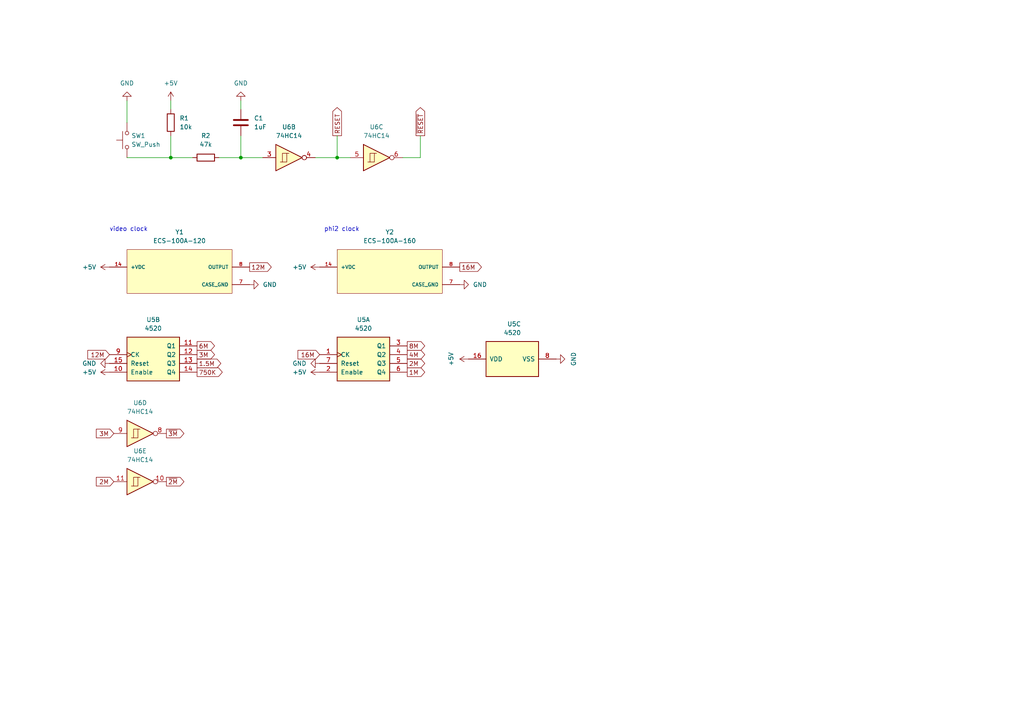
<source format=kicad_sch>
(kicad_sch (version 20231120) (generator "eeschema") (generator_version "8.0")
  (paper "A4")
  (title_block (title "ʕ·ᴥ·ʔ-clock & reset"))
  (lib_symbols
    (symbol "4xxx:4520" (pin_names (offset 1.016))
      (property "Reference" "U" (at -7.62 8.89 0))
      (property "Value" "4520" (at -7.62 -8.89 0))
      (symbol "4520_1_0"
        (pin input clock (at -12.7 0 0) (length 5.08) (name "CK") (number "1"))
        (pin input line (at -12.7 -5.08 0) (length 5.08) (name "Enable") (number "2"))
        (pin output line (at 12.7 2.54 180) (length 5.08) (name "Q1") (number "3"))
        (pin output line (at 12.7 0 180) (length 5.08) (name "Q2") (number "4"))
        (pin output line (at 12.7 -2.54 180) (length 5.08) (name "Q3") (number "5"))
        (pin output line (at 12.7 -5.08 180) (length 5.08) (name "Q4") (number "6"))
        (pin input line (at -12.7 -2.54 0) (length 5.08) (name "Reset") (number "7"))
      )
      (symbol "4520_1_1"
        (rectangle (start -7.62 5.08) (end 7.62 -7.62) (stroke (width 0.254)) (fill (type background)))
      )
      (symbol "4520_2_0"
        (pin input line (at -12.7 -5.08 0) (length 5.08) (name "Enable") (number "10"))
        (pin output line (at 12.7 2.54 180) (length 5.08) (name "Q1") (number "11"))
        (pin output line (at 12.7 0 180) (length 5.08) (name "Q2") (number "12"))
        (pin output line (at 12.7 -2.54 180) (length 5.08) (name "Q3") (number "13"))
        (pin output line (at 12.7 -5.08 180) (length 5.08) (name "Q4") (number "14"))
        (pin input line (at -12.7 -2.54 0) (length 5.08) (name "Reset") (number "15"))
        (pin input clock (at -12.7 0 0) (length 5.08) (name "CK") (number "9"))
      )
      (symbol "4520_2_1"
        (rectangle (start -7.62 5.08) (end 7.62 -7.62) (stroke (width 0.254)) (fill (type background)))
      )
      (symbol "4520_3_0"
        (pin power_in line (at 0 12.7 270) (length 5.08) (name "VDD") (number "16"))
        (pin power_in line (at 0 -12.7 90) (length 5.08) (name "VSS") (number "8"))
      )
      (symbol "4520_3_1"
        (rectangle (start -5.08 7.62) (end 5.08 -7.62) (stroke (width 0.254)) (fill (type background)))
      )
    )
    (symbol "74xx:74HC14" (pin_names (offset 1.016))
      (property "Reference" "U" (at 0 1.27 0))
      (property "Value" "74HC14" (at 0 -1.27 0))
      (symbol "74HC14_1_0"
        (polyline (pts (xy -3.81 3.81) (xy -3.81 -3.81) (xy 3.81 0) (xy -3.81 3.81)) (stroke (width 0.254)) (fill (type background)))
        (pin input line (at -7.62 0 0) (length 3.81) (name "~") (number "1"))
        (pin output inverted (at 7.62 0 180) (length 3.81) (name "~") (number "2"))
      )
      (symbol "74HC14_1_1"
        (polyline (pts (xy -1.905 -1.27) (xy -1.905 1.27) (xy -0.635 1.27)))
        (polyline (pts (xy -2.54 -1.27) (xy -0.635 -1.27) (xy -0.635 1.27) (xy 0 1.27)))
      )
      (symbol "74HC14_2_0"
        (polyline (pts (xy -3.81 3.81) (xy -3.81 -3.81) (xy 3.81 0) (xy -3.81 3.81)) (stroke (width 0.254)) (fill (type background)))
        (pin input line (at -7.62 0 0) (length 3.81) (name "~") (number "3"))
        (pin output inverted (at 7.62 0 180) (length 3.81) (name "~") (number "4"))
      )
      (symbol "74HC14_2_1"
        (polyline (pts (xy -1.905 -1.27) (xy -1.905 1.27) (xy -0.635 1.27)))
        (polyline (pts (xy -2.54 -1.27) (xy -0.635 -1.27) (xy -0.635 1.27) (xy 0 1.27)))
      )
      (symbol "74HC14_3_0"
        (polyline (pts (xy -3.81 3.81) (xy -3.81 -3.81) (xy 3.81 0) (xy -3.81 3.81)) (stroke (width 0.254)) (fill (type background)))
        (pin input line (at -7.62 0 0) (length 3.81) (name "~") (number "5"))
        (pin output inverted (at 7.62 0 180) (length 3.81) (name "~") (number "6"))
      )
      (symbol "74HC14_3_1"
        (polyline (pts (xy -1.905 -1.27) (xy -1.905 1.27) (xy -0.635 1.27)))
        (polyline (pts (xy -2.54 -1.27) (xy -0.635 -1.27) (xy -0.635 1.27) (xy 0 1.27)))
      )
      (symbol "74HC14_4_0"
        (polyline (pts (xy -3.81 3.81) (xy -3.81 -3.81) (xy 3.81 0) (xy -3.81 3.81)) (stroke (width 0.254)) (fill (type background)))
        (pin output inverted (at 7.62 0 180) (length 3.81) (name "~") (number "8"))
        (pin input line (at -7.62 0 0) (length 3.81) (name "~") (number "9"))
      )
      (symbol "74HC14_4_1"
        (polyline (pts (xy -1.905 -1.27) (xy -1.905 1.27) (xy -0.635 1.27)))
        (polyline (pts (xy -2.54 -1.27) (xy -0.635 -1.27) (xy -0.635 1.27) (xy 0 1.27)))
      )
      (symbol "74HC14_5_0"
        (polyline (pts (xy -3.81 3.81) (xy -3.81 -3.81) (xy 3.81 0) (xy -3.81 3.81)) (stroke (width 0.254)) (fill (type background)))
        (pin output inverted (at 7.62 0 180) (length 3.81) (name "~") (number "10"))
        (pin input line (at -7.62 0 0) (length 3.81) (name "~") (number "11"))
      )
      (symbol "74HC14_5_1"
        (polyline (pts (xy -1.905 -1.27) (xy -1.905 1.27) (xy -0.635 1.27)))
        (polyline (pts (xy -2.54 -1.27) (xy -0.635 -1.27) (xy -0.635 1.27) (xy 0 1.27)))
      )
      (symbol "74HC14_6_0"
        (polyline (pts (xy -3.81 3.81) (xy -3.81 -3.81) (xy 3.81 0) (xy -3.81 3.81)) (stroke (width 0.254)) (fill (type background)))
        (pin output inverted (at 7.62 0 180) (length 3.81) (name "~") (number "12"))
        (pin input line (at -7.62 0 0) (length 3.81) (name "~") (number "13"))
      )
      (symbol "74HC14_6_1"
        (polyline (pts (xy -1.905 -1.27) (xy -1.905 1.27) (xy -0.635 1.27)))
        (polyline (pts (xy -2.54 -1.27) (xy -0.635 -1.27) (xy -0.635 1.27) (xy 0 1.27)))
      )
      (symbol "74HC14_7_0"
        (pin power_in line (at 0 12.7 270) (length 5.08) (name "VCC") (number "14"))
        (pin power_in line (at 0 -12.7 90) (length 5.08) (name "GND") (number "7"))
      )
      (symbol "74HC14_7_1"
        (rectangle (start -5.08 7.62) (end 5.08 -7.62) (stroke (width 0.254)) (fill (type background)))
      )
    )
    (symbol "Device:C" (pin_numbers hide) (pin_names (offset 0.254))
      (property "Reference" "C" (at 0.635 2.54 0))
      (property "Value" "C" (at 0.635 -2.54 0))
      (symbol "C_0_1"
        (polyline (pts (xy -2.032 -0.762) (xy 2.032 -0.762)) (stroke (width 0.508)))
        (polyline (pts (xy -2.032 0.762) (xy 2.032 0.762)) (stroke (width 0.508)))
      )
      (symbol "C_1_1"
        (pin passive line (at 0 3.81 270) (length 2.794) (name "~") (number "1"))
        (pin passive line (at 0 -3.81 90) (length 2.794) (name "~") (number "2"))
      )
    )
    (symbol "ECS-100A-120:ECS-100A-120" (pin_names (offset 1.016))
      (property "Reference" "Y" (at -15.3343 5.1114 0))
      (property "Value" "ECS-100A-120" (at -15.2975 -10.1984 0))
      (symbol "ECS-100A-120_0_0"
        (rectangle (start -15.24 -7.62) (end 15.24 5.08) (stroke (width 0.127)) (fill (type background)))
        (pin input line (at -20.32 0 0) (length 5.08) (name "+VDC") (number "14"))
        (pin power_in line (at 20.32 -5.08 180) (length 5.08) (name "CASE_GND") (number "7"))
        (pin output line (at 20.32 0 180) (length 5.08) (name "OUTPUT") (number "8"))
      )
    )
    (symbol "ECS-100A-160:ECS-100A-160" (pin_names (offset 1.016))
      (property "Reference" "Y" (at -15.3343 5.1114 0))
      (property "Value" "ECS-100A-160" (at -15.2975 -10.1984 0))
      (symbol "ECS-100A-160_0_0"
        (rectangle (start -15.24 -7.62) (end 15.24 5.08) (stroke (width 0.127)) (fill (type background)))
        (pin input line (at -20.32 0 0) (length 5.08) (name "+VDC") (number "14"))
        (pin power_in line (at 20.32 -5.08 180) (length 5.08) (name "CASE_GND") (number "7"))
        (pin output line (at 20.32 0 180) (length 5.08) (name "OUTPUT") (number "8"))
      )
    )
    (symbol "Switch:SW_Push" (pin_numbers hide) (pin_names (offset 1.016) hide)
      (property "Reference" "SW" (at 1.27 2.54 0))
      (property "Value" "SW_Push" (at 0 -1.524 0))
      (symbol "SW_Push_0_1"
        (circle (center -2.032 0) (radius 0.508))
        (polyline (pts (xy 0 1.27) (xy 0 3.048)))
        (polyline (pts (xy 2.54 1.27) (xy -2.54 1.27)))
        (circle (center 2.032 0) (radius 0.508))
        (pin passive line (at -5.08 0 0) (length 2.54) (name "1") (number "1"))
        (pin passive line (at 5.08 0 180) (length 2.54) (name "2") (number "2"))
      )
    )
    (symbol "kitty:R" (pin_numbers hide) (pin_names (offset 0))
      (property "Reference" "R" (at 2.032 0 90))
      (property "Value" "R" (at 0 0 90))
      (symbol "R_0_1"
        (rectangle (start -1.016 -2.54) (end 1.016 2.54) (stroke (width 0.254)))
      )
      (symbol "R_1_1"
        (pin passive line (at 0 3.81 270) (length 1.27) (name "~") (number "1"))
        (pin passive line (at 0 -3.81 90) (length 1.27) (name "~") (number "2"))
      )
    )
    (symbol "power:+5V" (power) (pin_names (offset 0))
      (property "Value" "+5V" (at 0 3.556 0))
      (symbol "+5V_0_1"
        (polyline (pts (xy -0.762 1.27) (xy 0 2.54)))
        (polyline (pts (xy 0 0) (xy 0 2.54)))
        (polyline (pts (xy 0 2.54) (xy 0.762 1.27)))
      )
      (symbol "+5V_1_1"
        (pin power_in line (at 0 0 90) (length 0) hide (name "+5V") (number "1"))
      )
    )
    (symbol "power:GND" (power) (pin_names (offset 0))
      (property "Value" "GND" (at 0 -3.81 0))
      (symbol "GND_0_1"
        (polyline (pts (xy 0 0) (xy 0 -1.27) (xy 1.27 -1.27) (xy 0 -2.54) (xy -1.27 -1.27) (xy 0 -1.27)))
      )
      (symbol "GND_1_1"
        (pin power_in line (at 0 0 270) (length 0) hide (name "GND") (number "1"))
      )
    )
  )
  (junction (at 49.53 45.72))
  (junction (at 97.79 45.72))
  (junction (at 69.85 45.72))
  (wire (pts (xy 91.44 45.72) (xy 97.79 45.72)))
  (wire (pts (xy 49.53 39.37) (xy 49.53 45.72)))
  (wire (pts (xy 36.83 45.72) (xy 49.53 45.72)))
  (wire (pts (xy 97.79 39.37) (xy 97.79 45.72)))
  (wire (pts (xy 69.85 39.37) (xy 69.85 45.72)))
  (wire (pts (xy 49.53 29.21) (xy 49.53 31.75)))
  (wire (pts (xy 97.79 45.72) (xy 101.6 45.72)))
  (wire (pts (xy 116.84 45.72) (xy 121.92 45.72)))
  (wire (pts (xy 36.83 29.21) (xy 36.83 35.56)))
  (wire (pts (xy 69.85 45.72) (xy 76.2 45.72)))
  (wire (pts (xy 69.85 29.21) (xy 69.85 31.75)))
  (wire (pts (xy 63.5 45.72) (xy 69.85 45.72)))
  (wire (pts (xy 121.92 39.37) (xy 121.92 45.72)))
  (wire (pts (xy 49.53 45.72) (xy 55.88 45.72)))
  (text "phi2 clock" (at 93.98 67.31 0) (effects (font (size 1.27 1.27)) (justify left bottom)))
  (text "video clock" (at 31.75 67.31 0) (effects (font (size 1.27 1.27)) (justify left bottom)))
  (global_label "16M" (shape output) (at 133.35 77.47 0) (property "Intersheetrefs" "${INTERSHEET_REFS}" (effects (hide yes))))
  (global_label "8M" (shape output) (at 118.11 100.33 0) (property "Intersheetrefs" "${INTERSHEET_REFS}" (effects (hide yes))))
  (global_label "16M" (shape input) (at 92.71 102.87 180) (property "Intersheetrefs" "${INTERSHEET_REFS}" (effects (hide yes))))
  (global_label "4M" (shape output) (at 118.11 102.87 0) (property "Intersheetrefs" "${INTERSHEET_REFS}" (effects (hide yes))))
  (global_label "~{2M}" (shape output) (at 48.26 139.7 0) (property "Intersheetrefs" "${INTERSHEET_REFS}" (effects (hide yes))))
  (global_label "2M" (shape input) (at 33.02 139.7 180) (property "Intersheetrefs" "${INTERSHEET_REFS}" (effects (hide yes))))
  (global_label "~{3M}" (shape output) (at 48.26 125.73 0) (property "Intersheetrefs" "${INTERSHEET_REFS}" (effects (hide yes))))
  (global_label "6M" (shape output) (at 57.15 100.33 0) (property "Intersheetrefs" "${INTERSHEET_REFS}" (effects (hide yes))))
  (global_label "12M" (shape input) (at 31.75 102.87 180) (property "Intersheetrefs" "${INTERSHEET_REFS}" (effects (hide yes))))
  (global_label "~{RESET}" (shape output) (at 121.92 39.37 90) (property "Intersheetrefs" "${INTERSHEET_REFS}" (effects (hide yes))))
  (global_label "2M" (shape output) (at 118.11 105.41 0) (property "Intersheetrefs" "${INTERSHEET_REFS}" (effects (hide yes))))
  (global_label "3M" (shape output) (at 57.15 102.87 0) (property "Intersheetrefs" "${INTERSHEET_REFS}" (effects (hide yes))))
  (global_label "RESET" (shape output) (at 97.79 39.37 90) (property "Intersheetrefs" "${INTERSHEET_REFS}" (effects (hide yes))))
  (global_label "12M" (shape output) (at 72.39 77.47 0) (property "Intersheetrefs" "${INTERSHEET_REFS}" (effects (hide yes))))
  (global_label "750K" (shape output) (at 57.15 107.95 0) (property "Intersheetrefs" "${INTERSHEET_REFS}" (effects (hide yes))))
  (global_label "1M" (shape output) (at 118.11 107.95 0) (property "Intersheetrefs" "${INTERSHEET_REFS}" (effects (hide yes))))
  (global_label "3M" (shape input) (at 33.02 125.73 180) (property "Intersheetrefs" "${INTERSHEET_REFS}" (effects (hide yes))))
  (global_label "1.5M" (shape output) (at 57.15 105.41 0) (property "Intersheetrefs" "${INTERSHEET_REFS}" (effects (hide yes))))
  (symbol (lib_id "power:GND") (at 31.75 105.41 270) (unit 1)
    (property "Reference" "#PWR06" (effects (hide yes)))
    (property "Value" "GND" (at 27.94 105.41 90) (effects (justify right)))
  )
  (symbol (lib_id "power:GND") (at 92.71 105.41 270) (unit 1)
    (property "Reference" "#PWR050" (effects (hide yes)))
    (property "Value" "GND" (at 88.9 105.41 90) (effects (justify right)))
  )
  (symbol (lib_id "74xx:74HC14") (at 83.82 45.72 0) (unit 2)
    (property "Reference" "U6" (at 83.82 36.83 0))
    (property "Value" "74HC14" (at 83.82 39.37 0))
    (property "Footprint" "Package_DIP:DIP-14_W7.62mm_Socket" (effects (hide yes)))
    (property "Datasheet" "http://www.ti.com/lit/gpn/sn74HC14" (effects (hide yes)))
  )
  (symbol (lib_id "power:GND") (at 36.83 29.21 180) (unit 1)
    (property "Reference" "#PWR03" (effects (hide yes)))
    (property "Value" "GND" (at 36.83 24.13 0))
  )
  (symbol (lib_id "4xxx:4520") (at 105.41 102.87 0) (unit 1)
    (property "Reference" "U5" (at 105.41 92.71 0))
    (property "Value" "4520" (at 105.41 95.25 0))
    (property "Footprint" "Package_DIP:DIP-16_W7.62mm_Socket" (effects (hide yes)))
    (property "Datasheet" "http://www.intersil.com/content/dam/Intersil/documents/cd45/cd4518bms-20bms.pdf" (effects (hide yes)))
  )
  (symbol (lib_id "74xx:74HC14") (at 109.22 45.72 0) (unit 3)
    (property "Reference" "U6" (at 109.22 36.83 0))
    (property "Value" "74HC14" (at 109.22 39.37 0))
    (property "Footprint" "Package_DIP:DIP-14_W7.62mm_Socket" (effects (hide yes)))
    (property "Datasheet" "http://www.ti.com/lit/gpn/sn74HC14" (effects (hide yes)))
  )
  (symbol (lib_id "power:+5V") (at 49.53 29.21 0) (unit 1)
    (property "Reference" "#PWR01" (effects (hide yes)))
    (property "Value" "+5V" (at 49.53 24.13 0))
  )
  (symbol (lib_id "power:+5V") (at 135.89 104.14 90) (unit 1)
    (property "Reference" "#PWR048" (effects (hide yes)))
    (property "Value" "+5V" (at 130.81 104.14 0))
  )
  (symbol (lib_id "kitty:R") (at 49.53 35.56 0) (unit 1)
    (property "Reference" "R1" (at 52.07 34.29 0) (effects (justify left)))
    (property "Value" "10k" (at 52.07 36.83 0) (effects (justify left)))
    (property "Footprint" "Resistor_THT:R_Axial_DIN0207_L6.3mm_D2.5mm_P7.62mm_Horizontal" (effects (hide yes)))
  )
  (symbol (lib_id "4xxx:4520") (at 148.59 104.14 90) (unit 3)
    (property "Reference" "U5" (at 151.13 93.98 90) (effects (justify left)))
    (property "Value" "4520" (at 151.13 96.52 90) (effects (justify left)))
    (property "Footprint" "Package_DIP:DIP-16_W7.62mm_Socket" (effects (hide yes)))
    (property "Datasheet" "http://www.intersil.com/content/dam/Intersil/documents/cd45/cd4518bms-20bms.pdf" (effects (hide yes)))
  )
  (symbol (lib_id "ECS-100A-160:ECS-100A-160") (at 113.03 77.47 0) (unit 1)
    (property "Reference" "Y2" (at 113.03 67.31 0))
    (property "Value" "ECS-100A-160" (at 113.03 69.85 0))
    (property "Footprint" "Oscillator:Oscillator_DIP-14" (effects (hide yes)))
    (property "MF" "ECS International" (effects (hide yes)))
    (property "DESCRIPTION" "TH Crystal Oscillator 64MHz 4-Pin DIP" (effects (hide yes)))
    (property "PACKAGE" "DIP-4 ECS International" (effects (hide yes)))
    (property "PRICE" "1.89 USD" (effects (hide yes)))
    (property "MP" "ECS-100AX-640" (effects (hide yes)))
    (property "AVAILABILITY" "Warning" (effects (hide yes)))
  )
  (symbol (lib_id "ECS-100A-120:ECS-100A-120") (at 52.07 77.47 0) (unit 1)
    (property "Reference" "Y1" (at 52.07 67.31 0))
    (property "Value" "ECS-100A-120" (at 52.07 69.85 0))
    (property "Footprint" "Oscillator:Oscillator_DIP-14" (effects (hide yes)))
    (property "Description" "\n12 MHz XO (Standard) TTL Oscillator 5V - 14-DIP, 4 Leads (Full Size, Metal Can)\n" (effects (hide yes)))
    (property "DigiKey_Part_Number" "X126-ND" (effects (hide yes)))
    (property "MF" "ECS Inc." (effects (hide yes)))
    (property "DESCRIPTION" "TH Crystal Oscillator 64MHz 4-Pin DIP" (effects (hide yes)))
    (property "PACKAGE" "DIP-4 ECS International" (effects (hide yes)))
    (property "PRICE" "1.89 USD" (effects (hide yes)))
    (property "Package" "DIP-4 ECS International" (effects (hide yes)))
    (property "Check_prices" "https://www.snapeda.com/parts/ECS-100A-120/ECS+Inc./view-part/?ref=eda" (effects (hide yes)))
    (property "SnapEDA_Link" "https://www.snapeda.com/parts/ECS-100A-120/ECS+Inc./view-part/?ref=snap" (effects (hide yes)))
    (property "MP" "ECS-100A-120" (effects (hide yes)))
    (property "AVAILABILITY" "Warning" (effects (hide yes)))
    (property "Purchase-URL" "https://www.snapeda.com/api/url_track_click_mouser/?unipart_id=3182339&manufacturer=ECS Inc.&part_name=ECS-100A-120&search_term=None" (effects (hide yes)))
  )
  (symbol (lib_id "power:+5V") (at 31.75 77.47 90) (unit 1)
    (property "Reference" "#PWR04" (effects (hide yes)))
    (property "Value" "+5V" (at 27.94 77.47 90) (effects (justify left)))
  )
  (symbol (lib_id "Switch:SW_Push") (at 36.83 40.64 90) (unit 1)
    (property "Reference" "SW1" (at 38.1 39.37 90) (effects (justify right)))
    (property "Value" "SW_Push" (at 38.1 41.91 90) (effects (justify right)))
    (property "Footprint" "Button_Switch_THT:SW_PUSH_6mm" (effects (hide yes)))
  )
  (symbol (lib_id "4xxx:4520") (at 44.45 102.87 0) (unit 2)
    (property "Reference" "U5" (at 44.45 92.71 0))
    (property "Value" "4520" (at 44.45 95.25 0))
    (property "Footprint" "Package_DIP:DIP-16_W7.62mm_Socket" (effects (hide yes)))
    (property "Datasheet" "http://www.intersil.com/content/dam/Intersil/documents/cd45/cd4518bms-20bms.pdf" (effects (hide yes)))
  )
  (symbol (lib_id "power:+5V") (at 92.71 107.95 90) (unit 1)
    (property "Reference" "#PWR051" (effects (hide yes)))
    (property "Value" "+5V" (at 88.9 107.95 90) (effects (justify left)))
  )
  (symbol (lib_id "power:GND") (at 161.29 104.14 90) (unit 1)
    (property "Reference" "#PWR049" (effects (hide yes)))
    (property "Value" "GND" (at 166.37 104.14 0))
  )
  (symbol (lib_id "power:+5V") (at 31.75 107.95 90) (unit 1)
    (property "Reference" "#PWR07" (effects (hide yes)))
    (property "Value" "+5V" (at 27.94 107.95 90) (effects (justify left)))
  )
  (symbol (lib_id "kitty:R") (at 59.69 45.72 90) (unit 1)
    (property "Reference" "R2" (at 59.69 39.37 90))
    (property "Value" "47k" (at 59.69 41.91 90))
    (property "Footprint" "Resistor_THT:R_Axial_DIN0207_L6.3mm_D2.5mm_P7.62mm_Horizontal" (effects (hide yes)))
  )
  (symbol (lib_id "power:+5V") (at 92.71 77.47 90) (unit 1)
    (property "Reference" "#PWR044" (effects (hide yes)))
    (property "Value" "+5V" (at 88.9 77.47 90) (effects (justify left)))
  )
  (symbol (lib_id "74xx:74HC14") (at 40.64 125.73 0) (unit 4)
    (property "Reference" "U6" (at 40.64 116.84 0))
    (property "Value" "74HC14" (at 40.64 119.38 0))
    (property "Footprint" "Package_DIP:DIP-14_W7.62mm_Socket" (effects (hide yes)))
    (property "Datasheet" "http://www.ti.com/lit/gpn/sn74HC14" (effects (hide yes)))
  )
  (symbol (lib_id "power:GND") (at 69.85 29.21 180) (unit 1)
    (property "Reference" "#PWR02" (effects (hide yes)))
    (property "Value" "GND" (at 69.85 24.13 0))
  )
  (symbol (lib_id "power:GND") (at 72.39 82.55 90) (unit 1)
    (property "Reference" "#PWR05" (effects (hide yes)))
    (property "Value" "GND" (at 76.2 82.55 90) (effects (justify right)))
  )
  (symbol (lib_id "74xx:74HC14") (at 40.64 139.7 0) (unit 5)
    (property "Reference" "U6" (at 40.64 130.81 0))
    (property "Value" "74HC14" (at 40.64 133.35 0))
    (property "Footprint" "Package_DIP:DIP-14_W7.62mm_Socket" (effects (hide yes)))
    (property "Datasheet" "http://www.ti.com/lit/gpn/sn74HC14" (effects (hide yes)))
  )
  (symbol (lib_id "power:GND") (at 133.35 82.55 90) (unit 1)
    (property "Reference" "#PWR047" (effects (hide yes)))
    (property "Value" "GND" (at 137.16 82.55 90) (effects (justify right)))
  )
  (symbol (lib_id "Device:C") (at 69.85 35.56 0) (unit 1)
    (property "Reference" "C1" (at 73.66 34.29 0) (effects (justify left)))
    (property "Value" "1uF" (at 73.66 36.83 0) (effects (justify left)))
    (property "Footprint" "Capacitor_THT:CP_Radial_D5.0mm_P2.00mm" (effects (hide yes)))
  )
)
</source>
